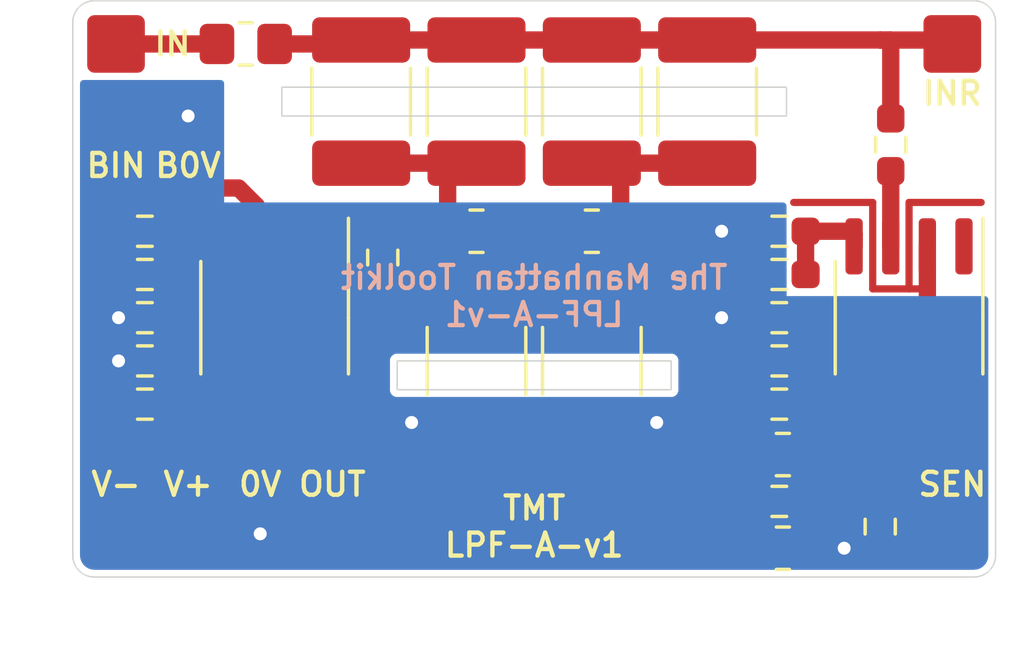
<source format=kicad_pcb>
(kicad_pcb (version 20240108) (generator "pcbnew") (generator_version "8.0")
  (layers (0 "F.Cu" signal) (1 "In1.Cu" signal) (2 "In2.Cu" signal) (3 "In3.Cu" signal) (4 "In4.Cu" signal) (31 "B.Cu" signal) (34 "B.Paste" user) (35 "F.Paste" user) (36 "B.SilkS" user "B.Silkscreen") (37 "F.SilkS" user "F.Silkscreen") (38 "B.Mask" user) (39 "F.Mask" user) (44 "Edge.Cuts" user))
  (net 0 "")
  (net 1 "Net-(C1-Pad2)")
  (net 2 "Net-(C3-Pad2)")
  (net 3 "GND")
  (net 4 "Net-(C5-Pad1)")
  (net 5 "Net-(C7-Pad1)")
  (net 6 "Out")
  (net 7 "U1 V+")
  (net 8 "U1 V-")
  (net 9 "+15V")
  (net 10 "-15V")
  (net 11 "In")
  (net 12 "Bias")
  (net 13 "InR")
  (net 14 "Net-(U2--)")
  (net 15 "U2 V+")
  (net 16 "U2 V-")
  (net 17 "Net-(U1--)")
  (net 23 "Net-(U1-+)")
  (net 24 "Net-(U2-+)")
  (net 25 "OutSense")
  (footprint "Manhattan:Manhattan-2mm" (layer "F.Cu") (at 164.5 101.5)
    (property "Reference" "J8" (hide yes))
    (property "Value" "Conn_01x01_Pin" (hide yes))
    (pad "1" smd roundrect (at 0 0) (size 2 2) (layers "F.Cu" "F.Paste" "F.Mask") (roundrect_rratio 0.125) (net 13 "InR"))
  )
  (footprint "Resistor_SMD:R_0603_1608Metric_Pad0.98x0.95mm_HandSolder" (layer "F.Cu") (at 136.5 112.5 180)
    (property "Reference" "C9" (hide yes))
    (property "Value" "1u" (hide yes))
    (fp_line (start -0.254724 0.5225) (end 0.254724 0.5225) (stroke (width 0.12)) (layer "F.SilkS"))
    (fp_line (start -0.254724 -0.5225) (end 0.254724 -0.5225) (stroke (width 0.12)) (layer "F.SilkS"))
    (pad "1" smd roundrect (at -0.9125 0 180) (size 0.975 0.95) (layers "F.Cu" "F.Paste" "F.Mask") (net 7 "U1 V+"))
    (pad "2" smd roundrect (at 0.9125 0 180) (size 0.975 0.95) (layers "F.Cu" "F.Paste" "F.Mask") (net 3 "GND"))
  )
  (footprint "Manhattan:Manhattan-2mm" (layer "F.Cu") (at 164.5 118.5)
    (property "Reference" "J9" (hide yes))
    (property "Value" "Conn_01x01_Pin" (hide yes))
    (pad "1" smd roundrect (at 0 0) (size 2 2) (layers "F.Cu" "F.Paste" "F.Mask") (roundrect_rratio 0.125) (net 25 "OutSense"))
  )
  (footprint "Resistor_SMD:R_0603_1608Metric_Pad0.98x0.95mm_HandSolder" (layer "F.Cu") (at 158.5 111 180)
    (property "Reference" "C11" (hide yes))
    (property "Value" "1u" (hide yes))
    (fp_line (start -0.254724 0.5225) (end 0.254724 0.5225) (stroke (width 0.12)) (layer "F.SilkS"))
    (fp_line (start -0.254724 -0.5225) (end 0.254724 -0.5225) (stroke (width 0.12)) (layer "F.SilkS"))
    (pad "1" smd roundrect (at -0.9125 0 180) (size 0.975 0.95) (layers "F.Cu" "F.Paste" "F.Mask") (net 15 "U2 V+"))
    (pad "2" smd roundrect (at 0.9125 0 180) (size 0.975 0.95) (layers "F.Cu" "F.Paste" "F.Mask") (net 3 "GND"))
  )
  (footprint "Resistor_SMD:R_0603_1608Metric_Pad0.98x0.95mm_HandSolder" (layer "F.Cu") (at 136.5 111 180)
    (property "Reference" "C10" (hide yes))
    (property "Value" "1u" (hide yes))
    (fp_line (start -0.254724 0.5225) (end 0.254724 0.5225) (stroke (width 0.12)) (layer "F.SilkS"))
    (fp_line (start -0.254724 -0.5225) (end 0.254724 -0.5225) (stroke (width 0.12)) (layer "F.SilkS"))
    (pad "1" smd roundrect (at -0.9125 0 180) (size 0.975 0.95) (layers "F.Cu" "F.Paste" "F.Mask") (net 8 "U1 V-"))
    (pad "2" smd roundrect (at 0.9125 0 180) (size 0.975 0.95) (layers "F.Cu" "F.Paste" "F.Mask") (net 3 "GND"))
  )
  (footprint "Capacitor_SMD:C_1812_4532Metric_Pad1.57x3.40mm_HandSolder" (layer "F.Cu") (at 144 103.5 -90)
    (property "Reference" "C1" (hide yes))
    (property "Value" "0.22u" (hide yes))
    (fp_line (start -1.161252 1.71) (end 1.161252 1.71) (stroke (width 0.12)) (layer "F.SilkS"))
    (fp_line (start -1.161252 -1.71) (end 1.161252 -1.71) (stroke (width 0.12)) (layer "F.SilkS"))
    (pad "1" smd roundrect (at -2.1375 0 270) (size 1.575 3.4) (layers "F.Cu" "F.Paste" "F.Mask") (roundrect_rratio 0.15873) (net 13 "InR"))
    (pad "2" smd roundrect (at 2.1375 0 270) (size 1.575 3.4) (layers "F.Cu" "F.Paste" "F.Mask") (roundrect_rratio 0.15873) (net 1 "Net-(C1-Pad2)"))
  )
  (footprint "Resistor_SMD:R_0805_2012Metric_Pad1.20x1.40mm_HandSolder" (layer "F.Cu") (at 158.625 119)
    (property "Reference" "C8" (hide yes))
    (property "Value" "10n" (hide yes))
    (fp_line (start -0.227064 -0.735) (end 0.227064 -0.735) (stroke (width 0.12)) (layer "F.SilkS"))
    (fp_line (start -0.227064 0.735) (end 0.227064 0.735) (stroke (width 0.12)) (layer "F.SilkS"))
    (pad "1" smd roundrect (at -1 0) (size 1.2 1.4) (layers "F.Cu" "F.Paste" "F.Mask") (roundrect_rratio 0.208333) (net 6 "Out"))
    (pad "2" smd roundrect (at 1 0) (size 1.2 1.4) (layers "F.Cu" "F.Paste" "F.Mask") (roundrect_rratio 0.208333) (net 3 "GND"))
  )
  (footprint "Resistor_SMD:R_0603_1608Metric_Pad0.98x0.95mm_HandSolder" (layer "F.Cu") (at 136.5 108)
    (property "Reference" "R4" (hide yes))
    (property "Value" "1k" (hide yes))
    (fp_line (start -0.254724 -0.5225) (end 0.254724 -0.5225) (stroke (width 0.12)) (layer "F.SilkS"))
    (fp_line (start -0.254724 0.5225) (end 0.254724 0.5225) (stroke (width 0.12)) (layer "F.SilkS"))
    (pad "1" smd roundrect (at -0.9125 0) (size 0.975 0.95) (layers "F.Cu" "F.Paste" "F.Mask") (net 12 "Bias"))
    (pad "2" smd roundrect (at 0.9125 0) (size 0.975 0.95) (layers "F.Cu" "F.Paste" "F.Mask") (net 23 "Net-(U1-+)"))
  )
  (footprint "Resistor_SMD:R_0603_1608Metric_Pad0.98x0.95mm_HandSolder" (layer "F.Cu") (at 162 118.25 -90)
    (property "Reference" "R13" (hide yes))
    (property "Value" "2.2k" (hide yes))
    (fp_line (start -0.254724 0.5225) (end 0.254724 0.5225) (stroke (width 0.12)) (layer "F.SilkS"))
    (fp_line (start -0.254724 -0.5225) (end 0.254724 -0.5225) (stroke (width 0.12)) (layer "F.SilkS"))
    (pad "1" smd roundrect (at -0.9125 0 270) (size 0.975 0.95) (layers "F.Cu" "F.Paste" "F.Mask") (net 14 "Net-(U2--)"))
    (pad "2" smd roundrect (at 0.9125 0 270) (size 0.975 0.95) (layers "F.Cu" "F.Paste" "F.Mask") (net 25 "OutSense"))
  )
  (footprint "Capacitor_SMD:C_1812_4532Metric_Pad1.57x3.40mm_HandSolder" (layer "F.Cu") (at 156 103.5 -90)
    (property "Reference" "C4" (hide yes))
    (property "Value" "0.22u" (hide yes))
    (fp_line (start -1.161252 1.71) (end 1.161252 1.71) (stroke (width 0.12)) (layer "F.SilkS"))
    (fp_line (start -1.161252 -1.71) (end 1.161252 -1.71) (stroke (width 0.12)) (layer "F.SilkS"))
    (pad "1" smd roundrect (at -2.1375 0 270) (size 1.575 3.4) (layers "F.Cu" "F.Paste" "F.Mask") (roundrect_rratio 0.15873) (net 13 "InR"))
    (pad "2" smd roundrect (at 2.1375 0 270) (size 1.575 3.4) (layers "F.Cu" "F.Paste" "F.Mask") (roundrect_rratio 0.15873) (net 2 "Net-(C3-Pad2)"))
  )
  (footprint "Resistor_SMD:R_0603_1608Metric_Pad0.98x0.95mm_HandSolder" (layer "F.Cu") (at 162.365 105 -90)
    (property "Reference" "R6" (hide yes))
    (property "Value" "1k" (hide yes))
    (fp_line (start -0.254724 0.5225) (end 0.254724 0.5225) (stroke (width 0.12)) (layer "F.SilkS"))
    (fp_line (start -0.254724 -0.5225) (end 0.254724 -0.5225) (stroke (width 0.12)) (layer "F.SilkS"))
    (pad "1" smd roundrect (at -0.9125 0 270) (size 0.975 0.95) (layers "F.Cu" "F.Paste" "F.Mask") (net 13 "InR"))
    (pad "2" smd roundrect (at 0.9125 0 270) (size 0.975 0.95) (layers "F.Cu" "F.Paste" "F.Mask") (net 24 "Net-(U2-+)"))
  )
  (footprint "Manhattan:Manhattan-2mm" (layer "F.Cu") (at 135.5 101.5)
    (property "Reference" "J4" (hide yes))
    (property "Value" "Conn_01x01_Pin" (hide yes))
    (pad "1" smd roundrect (at 0 0) (size 2 2) (layers "F.Cu" "F.Paste" "F.Mask") (roundrect_rratio 0.125) (net 11 "In"))
  )
  (footprint "Package_SO:SOIC-8_3.9x4.9mm_P1.27mm" (layer "F.Cu") (at 163 111 -90)
    (property "Reference" "U2" (hide yes))
    (property "Value" "OPA140" (hide yes))
    (fp_line (start 0 2.56) (end -1.95 2.56) (stroke (width 0.12)) (layer "F.SilkS"))
    (fp_line (start 0 2.56) (end 1.95 2.56) (stroke (width 0.12)) (layer "F.SilkS"))
    (fp_line (start 0 -2.56) (end -3.45 -2.56) (stroke (width 0.12)) (layer "F.SilkS"))
    (fp_line (start 0 -2.56) (end 1.95 -2.56) (stroke (width 0.12)) (layer "F.SilkS"))
    (pad "1" smd roundrect (at -2.475 -1.905 270) (size 1.95 0.6) (layers "F.Cu" "F.Paste" "F.Mask"))
    (pad "2" smd roundrect (at -2.475 -0.635 270) (size 1.95 0.6) (layers "F.Cu" "F.Paste" "F.Mask") (net 14 "Net-(U2--)"))
    (pad "3" smd roundrect (at -2.475 0.635 270) (size 1.95 0.6) (layers "F.Cu" "F.Paste" "F.Mask") (net 24 "Net-(U2-+)"))
    (pad "4" smd roundrect (at -2.475 1.905 270) (size 1.95 0.6) (layers "F.Cu" "F.Paste" "F.Mask") (net 16 "U2 V-"))
    (pad "5" smd roundrect (at 2.475 1.905 270) (size 1.95 0.6) (layers "F.Cu" "F.Paste" "F.Mask"))
    (pad "6" smd roundrect (at 2.475 0.635 270) (size 1.95 0.6) (layers "F.Cu" "F.Paste" "F.Mask") (net 5 "Net-(C7-Pad1)"))
    (pad "7" smd roundrect (at 2.475 -0.635 270) (size 1.95 0.6) (layers "F.Cu" "F.Paste" "F.Mask") (net 15 "U2 V+"))
    (pad "8" smd roundrect (at 2.475 -1.905 270) (size 1.95 0.6) (layers "F.Cu" "F.Paste" "F.Mask") (net 14 "Net-(U2--)"))
  )
  (footprint "Manhattan:Manhattan-2mm" (layer "F.Cu") (at 138 104)
    (property "Reference" "J6" (hide yes))
    (property "Value" "Conn_01x01_Pin" (hide yes))
    (pad "1" smd roundrect (at 0 0) (size 2 2) (layers "F.Cu" "F.Paste" "F.Mask") (roundrect_rratio 0.125) (net 3 "GND"))
  )
  (footprint "Capacitor_SMD:C_1812_4532Metric_Pad1.57x3.40mm_HandSolder" (layer "F.Cu") (at 148 112.5 -90)
    (property "Reference" "C5" (hide yes))
    (property "Value" "0.22u" (hide yes))
    (fp_line (start -1.161252 1.71) (end 1.161252 1.71) (stroke (width 0.12)) (layer "F.SilkS"))
    (fp_line (start -1.161252 -1.71) (end 1.161252 -1.71) (stroke (width 0.12)) (layer "F.SilkS"))
    (pad "1" smd roundrect (at -2.1375 0 270) (size 1.575 3.4) (layers "F.Cu" "F.Paste" "F.Mask") (roundrect_rratio 0.15873) (net 4 "Net-(C5-Pad1)"))
    (pad "2" smd roundrect (at 2.1375 0 270) (size 1.575 3.4) (layers "F.Cu" "F.Paste" "F.Mask") (roundrect_rratio 0.15873) (net 3 "GND"))
  )
  (footprint "Capacitor_SMD:C_1812_4532Metric_Pad1.57x3.40mm_HandSolder" (layer "F.Cu") (at 148 103.5 -90)
    (property "Reference" "C2" (hide yes))
    (property "Value" "0.22u" (hide yes))
    (fp_line (start -1.161252 1.71) (end 1.161252 1.71) (stroke (width 0.12)) (layer "F.SilkS"))
    (fp_line (start -1.161252 -1.71) (end 1.161252 -1.71) (stroke (width 0.12)) (layer "F.SilkS"))
    (pad "1" smd roundrect (at -2.1375 0 270) (size 1.575 3.4) (layers "F.Cu" "F.Paste" "F.Mask") (roundrect_rratio 0.15873) (net 13 "InR"))
    (pad "2" smd roundrect (at 2.1375 0 270) (size 1.575 3.4) (layers "F.Cu" "F.Paste" "F.Mask") (roundrect_rratio 0.15873) (net 1 "Net-(C1-Pad2)"))
  )
  (footprint "Manhattan:Manhattan-2mm" (layer "F.Cu") (at 135.5 104 -90)
    (property "Reference" "J5" (hide yes))
    (property "Value" "Conn_01x01_Pin" (hide yes))
    (pad "1" smd roundrect (at 0 0 270) (size 2 2) (layers "F.Cu" "F.Paste" "F.Mask") (roundrect_rratio 0.125) (net 12 "Bias"))
  )
  (footprint "Resistor_SMD:R_0603_1608Metric_Pad0.98x0.95mm_HandSolder" (layer "F.Cu") (at 158.5 114 180)
    (property "Reference" "R8" (hide yes))
    (property "Value" "220" (hide yes))
    (fp_line (start -0.254724 0.5225) (end 0.254724 0.5225) (stroke (width 0.12)) (layer "F.SilkS"))
    (fp_line (start -0.254724 -0.5225) (end 0.254724 -0.5225) (stroke (width 0.12)) (layer "F.SilkS"))
    (pad "1" smd roundrect (at -0.9125 0 180) (size 0.975 0.95) (layers "F.Cu" "F.Paste" "F.Mask") (net 5 "Net-(C7-Pad1)"))
    (pad "2" smd roundrect (at 0.9125 0 180) (size 0.975 0.95) (layers "F.Cu" "F.Paste" "F.Mask") (net 6 "Out"))
  )
  (footprint "Resistor_SMD:R_0603_1608Metric_Pad0.98x0.95mm_HandSolder" (layer "F.Cu") (at 158.5 109.5)
    (property "Reference" "R12" (hide yes))
    (property "Value" "10" (hide yes))
    (fp_line (start -0.254724 -0.5225) (end 0.254724 -0.5225) (stroke (width 0.12)) (layer "F.SilkS"))
    (fp_line (start -0.254724 0.5225) (end 0.254724 0.5225) (stroke (width 0.12)) (layer "F.SilkS"))
    (pad "1" smd roundrect (at -0.9125 0) (size 0.975 0.95) (layers "F.Cu" "F.Paste" "F.Mask") (net 10 "-15V"))
    (pad "2" smd roundrect (at 0.9125 0) (size 0.975 0.95) (layers "F.Cu" "F.Paste" "F.Mask") (net 16 "U2 V-"))
  )
  (footprint "Resistor_SMD:R_0805_2012Metric_Pad1.20x1.40mm_HandSolder" (layer "F.Cu") (at 148 108)
    (property "Reference" "R2" (hide yes))
    (property "Value" "47k" (hide yes))
    (fp_line (start -0.227064 -0.735) (end 0.227064 -0.735) (stroke (width 0.12)) (layer "F.SilkS"))
    (fp_line (start -0.227064 0.735) (end 0.227064 0.735) (stroke (width 0.12)) (layer "F.SilkS"))
    (pad "1" smd roundrect (at -1 0) (size 1.2 1.4) (layers "F.Cu" "F.Paste" "F.Mask") (roundrect_rratio 0.208333) (net 1 "Net-(C1-Pad2)"))
    (pad "2" smd roundrect (at 1 0) (size 1.2 1.4) (layers "F.Cu" "F.Paste" "F.Mask") (roundrect_rratio 0.208333) (net 4 "Net-(C5-Pad1)"))
  )
  (footprint "Package_SO:SOIC-8_3.9x4.9mm_P1.27mm" (layer "F.Cu") (at 141 111 -90)
    (property "Reference" "U1" (hide yes))
    (property "Value" "OPA140" (hide yes))
    (fp_line (start 0 2.56) (end -1.95 2.56) (stroke (width 0.12)) (layer "F.SilkS"))
    (fp_line (start 0 2.56) (end 1.95 2.56) (stroke (width 0.12)) (layer "F.SilkS"))
    (fp_line (start 0 -2.56) (end -3.45 -2.56) (stroke (width 0.12)) (layer "F.SilkS"))
    (fp_line (start 0 -2.56) (end 1.95 -2.56) (stroke (width 0.12)) (layer "F.SilkS"))
    (pad "1" smd roundrect (at -2.475 -1.905 270) (size 1.95 0.6) (layers "F.Cu" "F.Paste" "F.Mask"))
    (pad "2" smd roundrect (at -2.475 -0.635 270) (size 1.95 0.6) (layers "F.Cu" "F.Paste" "F.Mask") (net 17 "Net-(U1--)"))
    (pad "3" smd roundrect (at -2.475 0.635 270) (size 1.95 0.6) (layers "F.Cu" "F.Paste" "F.Mask") (net 23 "Net-(U1-+)"))
    (pad "4" smd roundrect (at -2.475 1.905 270) (size 1.95 0.6) (layers "F.Cu" "F.Paste" "F.Mask") (net 8 "U1 V-"))
    (pad "5" smd roundrect (at 2.475 1.905 270) (size 1.95 0.6) (layers "F.Cu" "F.Paste" "F.Mask"))
    (pad "6" smd roundrect (at 2.475 0.635 270) (size 1.95 0.6) (layers "F.Cu" "F.Paste" "F.Mask") (net 2 "Net-(C3-Pad2)"))
    (pad "7" smd roundrect (at 2.475 -0.635 270) (size 1.95 0.6) (layers "F.Cu" "F.Paste" "F.Mask") (net 7 "U1 V+"))
    (pad "8" smd roundrect (at 2.475 -1.905 270) (size 1.95 0.6) (layers "F.Cu" "F.Paste" "F.Mask"))
  )
  (footprint "Resistor_SMD:R_0603_1608Metric_Pad0.98x0.95mm_HandSolder" (layer "F.Cu") (at 136.5 109.5)
    (property "Reference" "R10" (hide yes))
    (property "Value" "10" (hide yes))
    (fp_line (start -0.254724 -0.5225) (end 0.254724 -0.5225) (stroke (width 0.12)) (layer "F.SilkS"))
    (fp_line (start -0.254724 0.5225) (end 0.254724 0.5225) (stroke (width 0.12)) (layer "F.SilkS"))
    (pad "1" smd roundrect (at -0.9125 0) (size 0.975 0.95) (layers "F.Cu" "F.Paste" "F.Mask") (net 10 "-15V"))
    (pad "2" smd roundrect (at 0.9125 0) (size 0.975 0.95) (layers "F.Cu" "F.Paste" "F.Mask") (net 8 "U1 V-"))
  )
  (footprint "Manhattan:Manhattan-2mm" (layer "F.Cu") (at 138 118.5 -90)
    (property "Reference" "J1" (hide yes))
    (property "Value" "Conn_01x01_Pin" (hide yes))
    (pad "1" smd roundrect (at 0 0 270) (size 2 2) (layers "F.Cu" "F.Paste" "F.Mask") (roundrect_rratio 0.125) (net 9 "+15V"))
  )
  (footprint "Manhattan:Manhattan-2mm" (layer "F.Cu") (at 135.5 118.5 -90)
    (property "Reference" "J2" (hide yes))
    (property "Value" "Conn_01x01_Pin" (hide yes))
    (pad "1" smd roundrect (at 0 0 270) (size 2 2) (layers "F.Cu" "F.Paste" "F.Mask") (roundrect_rratio 0.125) (net 10 "-15V"))
  )
  (footprint "Resistor_SMD:R_0805_2012Metric_Pad1.20x1.40mm_HandSolder" (layer "F.Cu") (at 140 101.5)
    (property "Reference" "R1" (hide yes))
    (property "Value" "47k" (hide yes))
    (fp_line (start -0.227064 -0.735) (end 0.227064 -0.735) (stroke (width 0.12)) (layer "F.SilkS"))
    (fp_line (start -0.227064 0.735) (end 0.227064 0.735) (stroke (width 0.12)) (layer "F.SilkS"))
    (pad "1" smd roundrect (at -1 0) (size 1.2 1.4) (layers "F.Cu" "F.Paste" "F.Mask") (roundrect_rratio 0.208333) (net 11 "In"))
    (pad "2" smd roundrect (at 1 0) (size 1.2 1.4) (layers "F.Cu" "F.Paste" "F.Mask") (roundrect_rratio 0.208333) (net 13 "InR"))
  )
  (footprint "Resistor_SMD:R_0603_1608Metric_Pad0.98x0.95mm_HandSolder" (layer "F.Cu") (at 158.5 108 180)
    (property "Reference" "C12" (hide yes))
    (property "Value" "1u" (hide yes))
    (fp_line (start -0.254724 0.5225) (end 0.254724 0.5225) (stroke (width 0.12)) (layer "F.SilkS"))
    (fp_line (start -0.254724 -0.5225) (end 0.254724 -0.5225) (stroke (width 0.12)) (layer "F.SilkS"))
    (pad "1" smd roundrect (at -0.9125 0 180) (size 0.975 0.95) (layers "F.Cu" "F.Paste" "F.Mask") (net 16 "U2 V-"))
    (pad "2" smd roundrect (at 0.9125 0 180) (size 0.975 0.95) (layers "F.Cu" "F.Paste" "F.Mask") (net 3 "GND"))
  )
  (footprint "Capacitor_SMD:C_1812_4532Metric_Pad1.57x3.40mm_HandSolder" (layer "F.Cu") (at 152 103.5 -90)
    (property "Reference" "C3" (hide yes))
    (property "Value" "0.22u" (hide yes))
    (fp_line (start -1.161252 1.71) (end 1.161252 1.71) (stroke (width 0.12)) (layer "F.SilkS"))
    (fp_line (start -1.161252 -1.71) (end 1.161252 -1.71) (stroke (width 0.12)) (layer "F.SilkS"))
    (pad "1" smd roundrect (at -2.1375 0 270) (size 1.575 3.4) (layers "F.Cu" "F.Paste" "F.Mask") (roundrect_rratio 0.15873) (net 13 "InR"))
    (pad "2" smd roundrect (at 2.1375 0 270) (size 1.575 3.4) (layers "F.Cu" "F.Paste" "F.Mask") (roundrect_rratio 0.15873) (net 2 "Net-(C3-Pad2)"))
  )
  (footprint "Resistor_SMD:R_0805_2012Metric_Pad1.20x1.40mm_HandSolder" (layer "F.Cu") (at 158.625 115.75 180)
    (property "Reference" "C7" (hide yes))
    (property "Value" "10n" (hide yes))
    (fp_line (start -0.227064 0.735) (end 0.227064 0.735) (stroke (width 0.12)) (layer "F.SilkS"))
    (fp_line (start -0.227064 -0.735) (end 0.227064 -0.735) (stroke (width 0.12)) (layer "F.SilkS"))
    (pad "1" smd roundrect (at -1 0 180) (size 1.2 1.4) (layers "F.Cu" "F.Paste" "F.Mask") (roundrect_rratio 0.208333) (net 5 "Net-(C7-Pad1)"))
    (pad "2" smd roundrect (at 1 0 180) (size 1.2 1.4) (layers "F.Cu" "F.Paste" "F.Mask") (roundrect_rratio 0.208333) (net 14 "Net-(U2--)"))
  )
  (footprint "Resistor_SMD:R_0603_1608Metric_Pad0.98x0.95mm_HandSolder" (layer "F.Cu") (at 136.5 114)
    (property "Reference" "R9" (hide yes))
    (property "Value" "10" (hide yes))
    (fp_line (start -0.254724 -0.5225) (end 0.254724 -0.5225) (stroke (width 0.12)) (layer "F.SilkS"))
    (fp_line (start -0.254724 0.5225) (end 0.254724 0.5225) (stroke (width 0.12)) (layer "F.SilkS"))
    (pad "1" smd roundrect (at -0.9125 0) (size 0.975 0.95) (layers "F.Cu" "F.Paste" "F.Mask") (net 9 "+15V"))
    (pad "2" smd roundrect (at 0.9125 0) (size 0.975 0.95) (layers "F.Cu" "F.Paste" "F.Mask") (net 7 "U1 V+"))
  )
  (footprint "Resistor_SMD:R_0603_1608Metric_Pad0.98x0.95mm_HandSolder" (layer "F.Cu") (at 144.75 108.9125 -90)
    (property "Reference" "R5" (hide yes))
    (property "Value" "1k" (hide yes))
    (fp_line (start -0.254724 0.5225) (end 0.254724 0.5225) (stroke (width 0.12)) (layer "F.SilkS"))
    (fp_line (start -0.254724 -0.5225) (end 0.254724 -0.5225) (stroke (width 0.12)) (layer "F.SilkS"))
    (pad "1" smd roundrect (at -0.9125 0 270) (size 0.975 0.95) (layers "F.Cu" "F.Paste" "F.Mask") (net 1 "Net-(C1-Pad2)"))
    (pad "2" smd roundrect (at 0.9125 0 270) (size 0.975 0.95) (layers "F.Cu" "F.Paste" "F.Mask") (net 17 "Net-(U1--)"))
  )
  (footprint "Manhattan:Manhattan-2mm" (layer "F.Cu") (at 140.5 118.5 90)
    (property "Reference" "J3" (hide yes))
    (property "Value" "Conn_01x01_Pin" (hide yes))
    (pad "1" smd roundrect (at 0 0 90) (size 2 2) (layers "F.Cu" "F.Paste" "F.Mask") (roundrect_rratio 0.125) (net 3 "GND"))
  )
  (footprint "Resistor_SMD:R_0603_1608Metric_Pad0.98x0.95mm_HandSolder" (layer "F.Cu") (at 158.5 117.375 180)
    (property "Reference" "R7" (hide yes))
    (property "Value" "2.2k" (hide yes))
    (fp_line (start -0.254724 0.5225) (end 0.254724 0.5225) (stroke (width 0.12)) (layer "F.SilkS"))
    (fp_line (start -0.254724 -0.5225) (end 0.254724 -0.5225) (stroke (width 0.12)) (layer "F.SilkS"))
    (pad "1" smd roundrect (at -0.9125 0 180) (size 0.975 0.95) (layers "F.Cu" "F.Paste" "F.Mask") (net 14 "Net-(U2--)"))
    (pad "2" smd roundrect (at 0.9125 0 180) (size 0.975 0.95) (layers "F.Cu" "F.Paste" "F.Mask") (net 6 "Out"))
  )
  (footprint "Capacitor_SMD:C_1812_4532Metric_Pad1.57x3.40mm_HandSolder" (layer "F.Cu") (at 152 112.5 -90)
    (property "Reference" "C6" (hide yes))
    (property "Value" "0.22u" (hide yes))
    (fp_line (start -1.161252 1.71) (end 1.161252 1.71) (stroke (width 0.12)) (layer "F.SilkS"))
    (fp_line (start -1.161252 -1.71) (end 1.161252 -1.71) (stroke (width 0.12)) (layer "F.SilkS"))
    (pad "1" smd roundrect (at -2.1375 0 270) (size 1.575 3.4) (layers "F.Cu" "F.Paste" "F.Mask") (roundrect_rratio 0.15873) (net 4 "Net-(C5-Pad1)"))
    (pad "2" smd roundrect (at 2.1375 0 270) (size 1.575 3.4) (layers "F.Cu" "F.Paste" "F.Mask") (roundrect_rratio 0.15873) (net 3 "GND"))
  )
  (footprint "Resistor_SMD:R_0603_1608Metric_Pad0.98x0.95mm_HandSolder" (layer "F.Cu") (at 158.5 112.5)
    (property "Reference" "R11" (hide yes))
    (property "Value" "10" (hide yes))
    (fp_line (start -0.254724 -0.5225) (end 0.254724 -0.5225) (stroke (width 0.12)) (layer "F.SilkS"))
    (fp_line (start -0.254724 0.5225) (end 0.254724 0.5225) (stroke (width 0.12)) (layer "F.SilkS"))
    (pad "1" smd roundrect (at -0.9125 0) (size 0.975 0.95) (layers "F.Cu" "F.Paste" "F.Mask") (net 9 "+15V"))
    (pad "2" smd roundrect (at 0.9125 0) (size 0.975 0.95) (layers "F.Cu" "F.Paste" "F.Mask") (net 15 "U2 V+"))
  )
  (footprint "Resistor_SMD:R_0805_2012Metric_Pad1.20x1.40mm_HandSolder" (layer "F.Cu") (at 152 108 180)
    (property "Reference" "R3" (hide yes))
    (property "Value" "47k" (hide yes))
    (fp_line (start -0.227064 0.735) (end 0.227064 0.735) (stroke (width 0.12)) (layer "F.SilkS"))
    (fp_line (start -0.227064 -0.735) (end 0.227064 -0.735) (stroke (width 0.12)) (layer "F.SilkS"))
    (pad "1" smd roundrect (at -1 0 180) (size 1.2 1.4) (layers "F.Cu" "F.Paste" "F.Mask") (roundrect_rratio 0.208333) (net 2 "Net-(C3-Pad2)"))
    (pad "2" smd roundrect (at 1 0 180) (size 1.2 1.4) (layers "F.Cu" "F.Paste" "F.Mask") (roundrect_rratio 0.208333) (net 4 "Net-(C5-Pad1)"))
  )
  (footprint "Manhattan:Manhattan-2mm" (layer "F.Cu") (at 143 118.5 90)
    (property "Reference" "J7" (hide yes))
    (property "Value" "Conn_01x01_Pin" (hide yes))
    (pad "1" smd roundrect (at 0 0 90) (size 2 2) (layers "F.Cu" "F.Paste" "F.Mask") (roundrect_rratio 0.125) (net 6 "Out"))
  )
  (gr_rect (start 141.25 103) (end 158.75 104) (stroke (width 0.05)) (fill none) (layer "Edge.Cuts"))
  (gr_line (start 166 119.25) (end 166 100.75) (stroke (width 0.05)) (layer "Edge.Cuts"))
  (gr_arc (start 166 119.25) (mid 165.78033 119.78033) (end 165.25 120) (stroke (width 0.05)) (layer "Edge.Cuts"))
  (gr_arc (start 134.75 120) (mid 134.21967 119.78033) (end 134 119.25) (stroke (width 0.05)) (layer "Edge.Cuts"))
  (gr_arc (start 134 100.75) (mid 134.21967 100.21967) (end 134.75 100) (stroke (width 0.05)) (layer "Edge.Cuts"))
  (gr_line (start 134 100.75) (end 134 119.25) (stroke (width 0.05)) (layer "Edge.Cuts"))
  (gr_line (start 165.25 100) (end 134.75 100) (stroke (width 0.05)) (layer "Edge.Cuts"))
  (gr_arc (start 165.25 100) (mid 165.78033 100.21967) (end 166 100.75) (stroke (width 0.05)) (layer "Edge.Cuts"))
  (gr_line (start 134.75 120) (end 165.25 120) (stroke (width 0.05)) (layer "Edge.Cuts"))
  (gr_rect (start 145.25 112.5) (end 154.75 113.5) (stroke (width 0.05)) (fill none) (layer "Edge.Cuts"))
  (gr_text "The Manhattan Toolkit\nLPF-A-v1" (at 150 110.25 0) (layer "B.SilkS") (effects (font (size 0.8 0.8) (thickness 0.15) (bold yes)) (justify mirror)))
  (gr_text "0V" (at 140.5 117.25 0) (layer "F.SilkS") (effects (font (size 0.8 0.8) (thickness 0.15) (bold yes)) (justify bottom)))
  (gr_text "IN" (at 136.75 101.5 0) (layer "F.SilkS") (effects (font (size 0.8 0.8) (thickness 0.15) (bold yes)) (justify left)))
  (gr_text "TMT\nLPF-A-v1" (at 150 118.25 0) (layer "F.SilkS") (effects (font (size 0.8 0.8) (thickness 0.15) (bold yes))))
  (gr_text "V+" (at 138 117.25 0) (layer "F.SilkS") (effects (font (size 0.8 0.8) (thickness 0.15) (bold yes)) (justify bottom)))
  (gr_text "OUT" (at 143 117.25 0) (layer "F.SilkS") (effects (font (size 0.8 0.8) (thickness 0.15) (bold yes)) (justify bottom)))
  (gr_text "SEN" (at 164.5 117.25 0) (layer "F.SilkS") (effects (font (size 0.8 0.8) (thickness 0.15) (bold yes)) (justify bottom)))
  (gr_text "V-" (at 135.5 117.25 0) (layer "F.SilkS") (effects (font (size 0.8 0.8) (thickness 0.15) (bold yes)) (justify bottom)))
  (gr_text "B0V" (at 138 105.25 0) (layer "F.SilkS") (effects (font (size 0.8 0.8) (thickness 0.15) (bold yes)) (justify top)))
  (gr_text "INR" (at 164.5 102.75 0) (layer "F.SilkS") (effects (font (size 0.8 0.8) (thickness 0.15) (bold yes)) (justify top)))
  (gr_text "BIN" (at 135.5 105.25 0) (layer "F.SilkS") (effects (font (size 0.8 0.8) (thickness 0.15) (bold yes)) (justify top)))
  (segment (start 145 108.0875) (end 146.9125 108.0875) (width 0.6) (layer "F.Cu") (net 1))
  (segment (start 144 105.6375) (end 148 105.6375) (width 0.6) (layer "F.Cu") (net 1))
  (segment (start 146.9125 108.0875) (end 147 108) (width 0.6) (layer "F.Cu") (net 1))
  (segment (start 147 108) (end 147 106.25) (width 0.6) (layer "F.Cu") (net 1))
  (segment (start 156 105.6375) (end 153 105.6375) (width 0.6) (layer "F.Cu") (net 2))
  (segment (start 154 112) (end 140.557501 112) (width 0.3) (layer "F.Cu") (net 2))
  (segment (start 154.5 111.5) (end 154 112) (width 0.3) (layer "F.Cu") (net 2))
  (segment (start 154 108) (end 154.5 108.5) (width 0.3) (layer "F.Cu") (net 2))
  (segment (start 140.365 112.192501) (end 140.365 113.475) (width 0.3) (layer "F.Cu") (net 2))
  (segment (start 154.5 108.5) (end 154.5 111.5) (width 0.3) (layer "F.Cu") (net 2))
  (segment (start 153 108) (end 153 106.06875) (width 0.6) (layer "F.Cu") (net 2))
  (segment (start 140.557501 112) (end 140.365 112.192501) (width 0.3) (layer "F.Cu") (net 2))
  (segment (start 153 105.6375) (end 152 105.6375) (width 0.6) (layer "F.Cu") (net 2))
  (segment (start 153 108) (end 154 108) (width 0.3) (layer "F.Cu") (net 2))
  (segment (start 154.25 114.6375) (end 152 114.6375) (width 0.9) (layer "F.Cu") (net 3))
  (segment (start 156.5 108) (end 157.5875 108) (width 0.9) (layer "F.Cu") (net 3))
  (segment (start 160.75 119) (end 159.6625 119) (width 0.9) (layer "F.Cu") (net 3))
  (segment (start 156.5 111) (end 157.5875 111) (width 0.9) (layer "F.Cu") (net 3))
  (segment (start 145.75 114.6375) (end 152 114.6375) (width 0.9) (layer "F.Cu") (net 3))
  (via (at 135.5875 112.5) (size 0.9) (drill 0.45) (layers "F.Cu" "B.Cu") (net 3))
  (via (at 154.25 114.6375) (size 0.9) (drill 0.45) (layers "F.Cu" "B.Cu") (net 3))
  (via (at 138 104) (size 0.9) (drill 0.45) (layers "F.Cu" "B.Cu") (net 3))
  (via (at 140.5 118.5) (size 0.9) (drill 0.45) (layers "F.Cu" "B.Cu") (net 3))
  (via (at 156.5 111) (size 0.9) (drill 0.45) (layers "F.Cu" "B.Cu") (net 3))
  (via (at 145.75 114.6375) (size 0.9) (drill 0.45) (layers "F.Cu" "B.Cu") (net 3))
  (via (at 156.5 108) (size 0.9) (drill 0.45) (layers "F.Cu" "B.Cu") (net 3))
  (via (at 160.75 119) (size 0.9) (drill 0.45) (layers "F.Cu" "B.Cu") (net 3))
  (via (at 135.5875 111) (size 0.9) (drill 0.45) (layers "F.Cu" "B.Cu") (net 3))
  (segment (start 151 108) (end 149 108) (width 0.6) (layer "F.Cu") (net 4))
  (segment (start 149 108) (end 149 109.75) (width 0.6) (layer "F.Cu") (net 4))
  (segment (start 151 108) (end 151 109.75) (width 0.6) (layer "F.Cu") (net 4))
  (segment (start 161.5 115.75) (end 159.75 115.75) (width 0.6) (layer "F.Cu") (net 5))
  (segment (start 162.365 113.475) (end 162.365 114.885) (width 0.6) (layer "F.Cu") (net 5))
  (segment (start 159.75 115.75) (end 159.4125 115.4125) (width 0.6) (layer "F.Cu") (net 5))
  (segment (start 162.365 114.885) (end 161.5 115.75) (width 0.6) (layer "F.Cu") (net 5))
  (segment (start 159.4125 115.4125) (end 159.4125 114) (width 0.6) (layer "F.Cu") (net 5))
  (segment (start 156.5 118.5) (end 156.5 119) (width 0.6) (layer "F.Cu") (net 6))
  (segment (start 157.5875 117.375) (end 156.625 117.375) (width 0.6) (layer "F.Cu") (net 6))
  (segment (start 155.75 118.5) (end 156.5 118.5) (width 0.6) (layer "F.Cu") (net 6))
  (segment (start 156.75 114) (end 156.5 114.25) (width 0.6) (layer "F.Cu") (net 6))
  (segment (start 156.5 118) (end 156.5 117.75) (width 0.6) (layer "F.Cu") (net 6))
  (segment (start 156.5 117.75) (end 156.5 118.5) (width 0.6) (layer "F.Cu") (net 6))
  (segment (start 143 118.5) (end 155.75 118.5) (width 0.6) (layer "F.Cu") (net 6))
  (segment (start 156.5 117.25) (end 156.5 117.75) (width 0.6) (layer "F.Cu") (net 6))
  (segment (start 156.5 119) (end 157.625 119) (width 0.6) (layer "F.Cu") (net 6))
  (segment (start 157.5875 114) (end 156.75 114) (width 0.6) (layer "F.Cu") (net 6))
  (segment (start 156.5 119) (end 156 118.5) (width 0.6) (layer "F.Cu") (net 6))
  (segment (start 156 118.5) (end 156.5 118) (width 0.6) (layer "F.Cu") (net 6))
  (segment (start 156 118.5) (end 155.75 118.5) (width 0.6) (layer "F.Cu") (net 6))
  (segment (start 156.625 117.375) (end 156.5 117.25) (width 0.6) (layer "F.Cu") (net 6))
  (segment (start 156.5 114.25) (end 156.5 117.25) (width 0.6) (layer "F.Cu") (net 6))
  (segment (start 141 115.5) (end 141.635 114.865) (width 0.6) (layer "F.Cu") (net 7))
  (segment (start 137.4125 112.5) (end 137.4125 114) (width 0.6) (layer "F.Cu") (net 7))
  (segment (start 137.4125 114) (end 137.4125 114.9125) (width 0.6) (layer "F.Cu") (net 7))
  (segment (start 141.635 114.865) (end 141.635 113.475) (width 0.6) (layer "F.Cu") (net 7))
  (segment (start 138 115.5) (end 141 115.5) (width 0.6) (layer "F.Cu") (net 7))
  (segment (start 137.4125 114.9125) (end 138 115.5) (width 0.6) (layer "F.Cu") (net 7))
  (segment (start 139.095 110.655) (end 138.75 111) (width 0.6) (layer "F.Cu") (net 8))
  (segment (start 139.095 108.525) (end 139.095 110.655) (width 0.6) (layer "F.Cu") (net 8))
  (segment (start 137.4125 111) (end 137.4125 109.5) (width 0.6) (layer "F.Cu") (net 8))
  (segment (start 138.75 111) (end 137.4125 111) (width 0.6) (layer "F.Cu") (net 8))
  (segment (start 136.5 116.75) (end 135.5875 115.8375) (width 0.3) (layer "F.Cu") (net 9))
  (segment (start 138 116.75) (end 136.5 116.75) (width 0.3) (layer "F.Cu") (net 9))
  (segment (start 138 118.5) (end 138 117.25) (width 0.3) (layer "F.Cu") (net 9))
  (segment (start 155.75 115.5) (end 154.5 116.75) (width 0.3) (layer "F.Cu") (net 9))
  (segment (start 156.5 112.5) (end 155.75 113.25) (width 0.3) (layer "F.Cu") (net 9))
  (segment (start 135.5875 115.8375) (end 135.5875 114) (width 0.3) (layer "F.Cu") (net 9))
  (segment (start 154.5 116.75) (end 138 116.75) (width 0.3) (layer "F.Cu") (net 9))
  (segment (start 155.75 113.25) (end 155.75 115.5) (width 0.3) (layer "F.Cu") (net 9))
  (segment (start 138 117.25) (end 138 116.75) (width 0.3) (layer "F.Cu") (net 9))
  (segment (start 157.5875 112.5) (end 156.5 112.5) (width 0.3) (layer "F.Cu") (net 9))
  (segment (start 134.5 116.25) (end 135.5 117.25) (width 0.3) (layer "F.Cu") (net 10))
  (segment (start 155.25 115.292894) (end 154.292894 116.25) (width 0.3) (layer "F.Cu") (net 10))
  (segment (start 136.5 115.5) (end 136.5 109.75) (width 0.3) (layer "F.Cu") (net 10))
  (segment (start 157.5875 109.5) (end 156.5 109.5) (width 0.3) (layer "F.Cu") (net 10))
  (segment (start 135.5875 109.5) (end 134.75 109.5) (width 0.3) (layer "F.Cu") (net 10))
  (segment (start 136.25 109.5) (end 135.5875 109.5) (width 0.3) (layer "F.Cu") (net 10))
  (segment (start 154.292894 116.25) (end 137.25 116.25) (width 0.3) (layer "F.Cu") (net 10))
  (segment (start 134.5 109.75) (end 134.5 116.25) (width 0.3) (layer "F.Cu") (net 10))
  (segment (start 136.25 109.5) (end 136.5 109.75) (width 0.3) (layer "F.Cu") (net 10))
  (segment (start 134.75 109.5) (end 134.5 109.75) (width 0.3) (layer "F.Cu") (net 10))
  (segment (start 135.5 117.25) (end 135.5 118.5) (width 0.3) (layer "F.Cu") (net 10))
  (segment (start 156.5 109.5) (end 155.25 110.75) (width 0.3) (layer "F.Cu") (net 10))
  (segment (start 137.25 116.25) (end 136.5 115.5) (width 0.3) (layer "F.Cu") (net 10))
  (segment (start 155.25 110.75) (end 155.25 115.292894) (width 0.3) (layer "F.Cu") (net 10))
  (segment (start 139 101.5) (end 135.5 101.5) (width 0.6) (layer "F.Cu") (net 11))
  (segment (start 135.5875 104.0875) (end 135.5 104) (width 0.6) (layer "F.Cu") (net 12))
  (segment (start 135.5875 108) (end 135.5875 104.0875) (width 0.6) (layer "F.Cu") (net 12))
  (segment (start 162.3625 101.3625) (end 162 101.3625) (width 0.6) (layer "F.Cu") (net 13))
  (segment (start 141 101.5) (end 143.8625 101.5) (width 0.6) (layer "F.Cu") (net 13))
  (segment (start 164.365 101.365) (end 164.5 101.5) (width 0.6) (layer "F.Cu") (net 13))
  (segment (start 162.0025 101.365) (end 164.365 101.365) (width 0.6) (layer "F.Cu") (net 13))
  (segment (start 143.8625 101.5) (end 144 101.3625) (width 0.6) (layer "F.Cu") (net 13))
  (segment (start 156 101.3625) (end 144 101.3625) (width 0.6) (layer "F.Cu") (net 13))
  (segment (start 162.365 104.0875) (end 162.365 101.365) (width 0.6) (layer "F.Cu") (net 13))
  (segment (start 162 101.3625) (end 162.0025 101.365) (width 0.6) (layer "F.Cu") (net 13))
  (segment (start 162.365 101.365) (end 162.3625 101.3625) (width 0.6) (layer "F.Cu") (net 13))
  (segment (start 162 101.3625) (end 156 101.3625) (width 0.6) (layer "F.Cu") (net 13))
  (segment (start 164.905 111.655) (end 164.905 115.345) (width 0.6) (layer "F.Cu") (net 14))
  (segment (start 162.875 117.375) (end 159.7875 117.375) (width 0.6) (layer "F.Cu") (net 14))
  (segment (start 163 107) (end 165.5 107) (width 0.25) (layer "F.Cu") (net 14))
  (segment (start 161.74 107) (end 159 107) (width 0.25) (layer "F.Cu") (net 14))
  (segment (start 161.74 110) (end 161.74 107) (width 0.25) (layer "F.Cu") (net 14))
  (segment (start 163.635 110.385) (end 164.905 111.655) (width 0.6) (layer "F.Cu") (net 14))
  (segment (start 163.635 110) (end 163 110) (width 0.25) (layer "F.Cu") (net 14))
  (segment (start 163.635 110) (end 163.635 108.525) (width 0.6) (layer "F.Cu") (net 14))
  (segment (start 157.75 115.75) (end 157.625 115.75) (width 0.6) (layer "F.Cu") (net 14))
  (segment (start 159.375 117.375) (end 157.75 115.75) (width 0.6) (layer "F.Cu") (net 14))
  (segment (start 163 110) (end 161.74 110) (width 0.25) (layer "F.Cu") (net 14))
  (segment (start 163 110) (end 163 107) (width 0.25) (layer "F.Cu") (net 14))
  (segment (start 164.905 115.345) (end 162.875 117.375) (width 0.6) (layer "F.Cu") (net 14))
  (segment (start 163.635 110) (end 163.635 110.385) (width 0.6) (layer "F.Cu") (net 14))
  (segment (start 159.4125 112.5) (end 159.4125 111) (width 0.6) (layer "F.Cu") (net 15))
  (segment (start 162.134999 111) (end 163.635 112.500001) (width 0.6) (layer "F.Cu") (net 15))
  (segment (start 163.635 112.500001) (end 163.635 113.475) (width 0.6) (layer "F.Cu") (net 15))
  (segment (start 159.4125 111) (end 162.134999 111) (width 0.6) (layer "F.Cu") (net 15))
  (segment (start 161 108) (end 159.4125 108) (width 0.6) (layer "F.Cu") (net 16))
  (segment (start 159.4125 109.5) (end 159.4125 108) (width 0.6) (layer "F.Cu") (net 16))
  (segment (start 161.095 108.095) (end 161 108) (width 0.6) (layer "F.Cu") (net 16))
  (segment (start 161.095 108.525) (end 161.095 108.095) (width 0.6) (layer "F.Cu") (net 16))
  (segment (start 143.9125 110.75) (end 142.25 110.75) (width 0.6) (layer "F.Cu") (net 17))
  (segment (start 141.635 110.135) (end 141.635 108.525) (width 0.6) (layer "F.Cu") (net 17))
  (segment (start 144.75 109.9125) (end 143.9125 110.75) (width 0.6) (layer "F.Cu") (net 17))
  (segment (start 142.25 110.75) (end 141.635 110.135) (width 0.6) (layer "F.Cu") (net 17))
  (segment (start 137.4125 107.0875) (end 137.4125 108) (width 0.6) (layer "F.Cu") (net 23))
  (segment (start 140.365 107.115) (end 139.75 106.5) (width 0.6) (layer "F.Cu") (net 23))
  (segment (start 138 106.5) (end 137.4125 107.0875) (width 0.6) (layer "F.Cu") (net 23))
  (segment (start 140.365 108.525) (end 140.365 107.115) (width 0.6) (layer "F.Cu") (net 23))
  (segment (start 139.75 106.5) (end 138 106.5) (width 0.6) (layer "F.Cu") (net 23))
  (segment (start 162.365 105.9125) (end 162.365 108.525) (width 0.6) (layer "F.Cu") (net 24))
  (segment (start 163.8375 119.1625) (end 164.5 118.5) (width 0.6) (layer "F.Cu") (net 25))
  (segment (start 162 119.1625) (end 163.8375 119.1625) (width 0.6) (layer "F.Cu") (net 25))
  (zone (net 3) (net_name "GND") (layers "In1.Cu" "In2.Cu" "In3.Cu" "In4.Cu" "B.Cu") (connect_pads (clearance 0.5)) (min_thickness 0.25) (fill yes (thermal_gap 0.5) (thermal_bridge_width 0.5))
    (polygon (pts (xy 133 102.75) (xy 139.25 102.75) (xy 139.25 107) (xy 158.75 107) (xy 158.754724 110.25) (xy 167 110.25) (xy 167 121) (xy 133 121)))
  )
)
</source>
